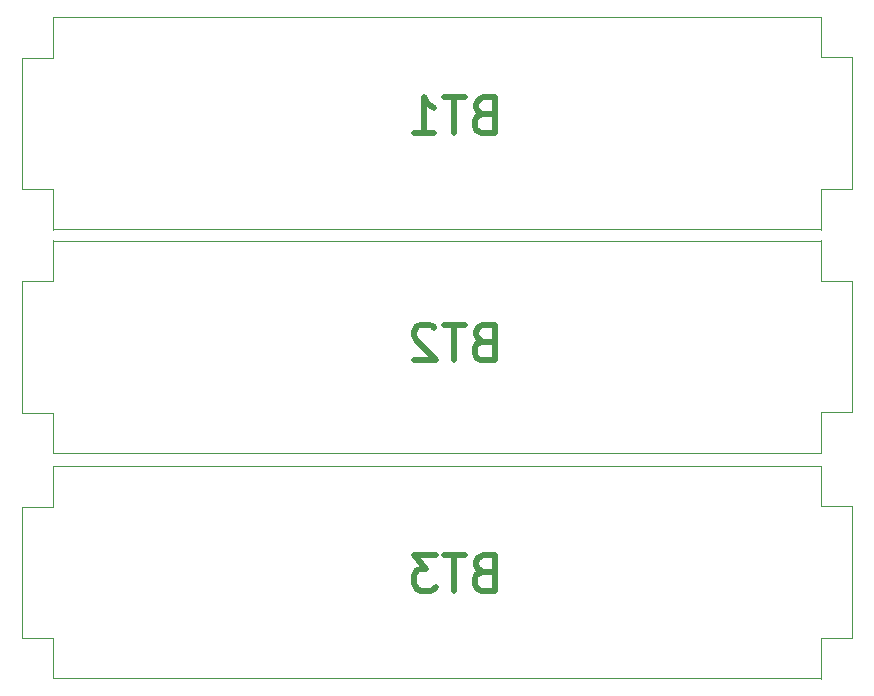
<source format=gbo>
G04 #@! TF.GenerationSoftware,KiCad,Pcbnew,(5.1.5)-3*
G04 #@! TF.CreationDate,2020-08-31T23:00:58+02:00*
G04 #@! TF.ProjectId,NFC_hatch,4e46435f-6861-4746-9368-2e6b69636164,rev?*
G04 #@! TF.SameCoordinates,Original*
G04 #@! TF.FileFunction,Legend,Bot*
G04 #@! TF.FilePolarity,Positive*
%FSLAX46Y46*%
G04 Gerber Fmt 4.6, Leading zero omitted, Abs format (unit mm)*
G04 Created by KiCad (PCBNEW (5.1.5)-3) date 2020-08-31 23:00:58*
%MOMM*%
%LPD*%
G04 APERTURE LIST*
%ADD10C,0.120000*%
%ADD11C,0.500000*%
G04 APERTURE END LIST*
D10*
X98550000Y-84215000D02*
X98550000Y-89780000D01*
X63450000Y-80780000D02*
X95950000Y-80780000D01*
X28300000Y-89810000D02*
X28300000Y-84245000D01*
X30900000Y-95375000D02*
X30900000Y-98790000D01*
X95950000Y-84215000D02*
X95950000Y-80800000D01*
X95950000Y-98820000D02*
X95950000Y-95345000D01*
X30920000Y-80775000D02*
X30920000Y-84190000D01*
X28300000Y-95375000D02*
X28300000Y-89810000D01*
X28270000Y-95375000D02*
X30900000Y-95375000D01*
X98580000Y-84215000D02*
X95950000Y-84215000D01*
X28290000Y-84245000D02*
X30920000Y-84245000D01*
X95950000Y-98780000D02*
X30950000Y-98780000D01*
X98560000Y-95345000D02*
X95930000Y-95345000D01*
X30950000Y-80780000D02*
X63450000Y-80780000D01*
X98550000Y-89780000D02*
X98550000Y-95345000D01*
X28330000Y-76285000D02*
X28330000Y-70720000D01*
X63430000Y-79720000D02*
X30930000Y-79720000D01*
X98580000Y-70690000D02*
X98580000Y-76255000D01*
X95980000Y-65125000D02*
X95980000Y-61710000D01*
X30930000Y-76285000D02*
X30930000Y-79700000D01*
X30930000Y-61680000D02*
X30930000Y-65155000D01*
X95960000Y-79725000D02*
X95960000Y-76310000D01*
X98580000Y-65125000D02*
X98580000Y-70690000D01*
X98610000Y-65125000D02*
X95980000Y-65125000D01*
X28300000Y-76285000D02*
X30930000Y-76285000D01*
X98590000Y-76255000D02*
X95960000Y-76255000D01*
X30930000Y-61720000D02*
X95930000Y-61720000D01*
X28320000Y-65155000D02*
X30950000Y-65155000D01*
X95930000Y-79720000D02*
X63430000Y-79720000D01*
X28330000Y-70720000D02*
X28330000Y-65155000D01*
X98550000Y-46215000D02*
X98550000Y-51780000D01*
X63450000Y-42780000D02*
X95950000Y-42780000D01*
X28300000Y-51810000D02*
X28300000Y-46245000D01*
X30900000Y-57375000D02*
X30900000Y-60790000D01*
X95950000Y-46215000D02*
X95950000Y-42800000D01*
X95950000Y-60820000D02*
X95950000Y-57345000D01*
X30920000Y-42775000D02*
X30920000Y-46190000D01*
X28300000Y-57375000D02*
X28300000Y-51810000D01*
X28270000Y-57375000D02*
X30900000Y-57375000D01*
X98580000Y-46215000D02*
X95950000Y-46215000D01*
X28290000Y-46245000D02*
X30920000Y-46245000D01*
X95950000Y-60780000D02*
X30950000Y-60780000D01*
X98560000Y-57345000D02*
X95930000Y-57345000D01*
X30950000Y-42780000D02*
X63450000Y-42780000D01*
X98550000Y-51780000D02*
X98550000Y-57345000D01*
D11*
X67357142Y-89785714D02*
X66928571Y-89928571D01*
X66785714Y-90071428D01*
X66642857Y-90357142D01*
X66642857Y-90785714D01*
X66785714Y-91071428D01*
X66928571Y-91214285D01*
X67214285Y-91357142D01*
X68357142Y-91357142D01*
X68357142Y-88357142D01*
X67357142Y-88357142D01*
X67071428Y-88500000D01*
X66928571Y-88642857D01*
X66785714Y-88928571D01*
X66785714Y-89214285D01*
X66928571Y-89500000D01*
X67071428Y-89642857D01*
X67357142Y-89785714D01*
X68357142Y-89785714D01*
X65785714Y-88357142D02*
X64071428Y-88357142D01*
X64928571Y-91357142D02*
X64928571Y-88357142D01*
X63357142Y-88357142D02*
X61500000Y-88357142D01*
X62500000Y-89500000D01*
X62071428Y-89500000D01*
X61785714Y-89642857D01*
X61642857Y-89785714D01*
X61500000Y-90071428D01*
X61500000Y-90785714D01*
X61642857Y-91071428D01*
X61785714Y-91214285D01*
X62071428Y-91357142D01*
X62928571Y-91357142D01*
X63214285Y-91214285D01*
X63357142Y-91071428D01*
X67357142Y-70285714D02*
X66928571Y-70428571D01*
X66785714Y-70571428D01*
X66642857Y-70857142D01*
X66642857Y-71285714D01*
X66785714Y-71571428D01*
X66928571Y-71714285D01*
X67214285Y-71857142D01*
X68357142Y-71857142D01*
X68357142Y-68857142D01*
X67357142Y-68857142D01*
X67071428Y-69000000D01*
X66928571Y-69142857D01*
X66785714Y-69428571D01*
X66785714Y-69714285D01*
X66928571Y-70000000D01*
X67071428Y-70142857D01*
X67357142Y-70285714D01*
X68357142Y-70285714D01*
X65785714Y-68857142D02*
X64071428Y-68857142D01*
X64928571Y-71857142D02*
X64928571Y-68857142D01*
X63214285Y-69142857D02*
X63071428Y-69000000D01*
X62785714Y-68857142D01*
X62071428Y-68857142D01*
X61785714Y-69000000D01*
X61642857Y-69142857D01*
X61500000Y-69428571D01*
X61500000Y-69714285D01*
X61642857Y-70142857D01*
X63357142Y-71857142D01*
X61500000Y-71857142D01*
X67357142Y-51035714D02*
X66928571Y-51178571D01*
X66785714Y-51321428D01*
X66642857Y-51607142D01*
X66642857Y-52035714D01*
X66785714Y-52321428D01*
X66928571Y-52464285D01*
X67214285Y-52607142D01*
X68357142Y-52607142D01*
X68357142Y-49607142D01*
X67357142Y-49607142D01*
X67071428Y-49750000D01*
X66928571Y-49892857D01*
X66785714Y-50178571D01*
X66785714Y-50464285D01*
X66928571Y-50750000D01*
X67071428Y-50892857D01*
X67357142Y-51035714D01*
X68357142Y-51035714D01*
X65785714Y-49607142D02*
X64071428Y-49607142D01*
X64928571Y-52607142D02*
X64928571Y-49607142D01*
X61500000Y-52607142D02*
X63214285Y-52607142D01*
X62357142Y-52607142D02*
X62357142Y-49607142D01*
X62642857Y-50035714D01*
X62928571Y-50321428D01*
X63214285Y-50464285D01*
M02*

</source>
